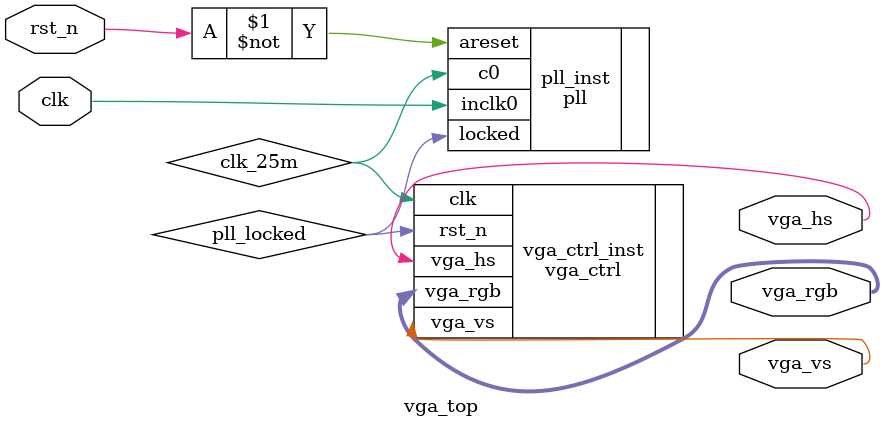
<source format=v>
module vga_top(

	input		wire			clk,    //板载50M时钟输入
	input		wire			rst_n,  //可以选择key0作为复位信号的输入
	
	output	wire		[11:0]		vga_rgb,
	output	wire				vga_hs,  //行同步信号
	output	wire				vga_vs   //场同步信号
);

	wire					clk_25m; //根据前面表格得知640x480@60的像素时钟是25M，所以用一个PLL 将50M分频得到25M
	wire					pll_locked;//当PLL稳定输出时该信号为高

	
	pll pll_inst (                                      //用来将50M分频得到25M的像素时钟            
	
		.areset 			( ~rst_n ),
		.inclk0 			( clk ),
		.c0				( clk_25m),
		.locked   		( pll_locked)
	);

	vga_ctrl vga_ctrl_inst (

		.clk				(clk_25m),
		.rst_n				(pll_locked),
                       
		.vga_rgb			(vga_rgb),
		.vga_hs				(vga_hs	),
		.vga_vs				(vga_vs	)
	);

endmodule
</source>
